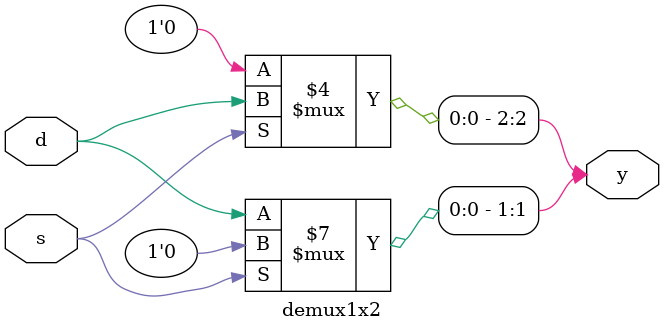
<source format=v>
module demux1x2(input s,input d, output reg [2:1]y);
always @(*) begin
	if(s==1'b0) begin
		y[1] = d;
		y[2] = 1'b0;
	end
	else begin
		y[1] = 1'b0;
		y[2] = d;
	end
end
endmodule

/*module demux1x2(input s,input d, output [2:1]y);
	assign y[1] = (s)&&(~d);
	assign y[2] = (s)&&(d);
endmodule*/

</source>
